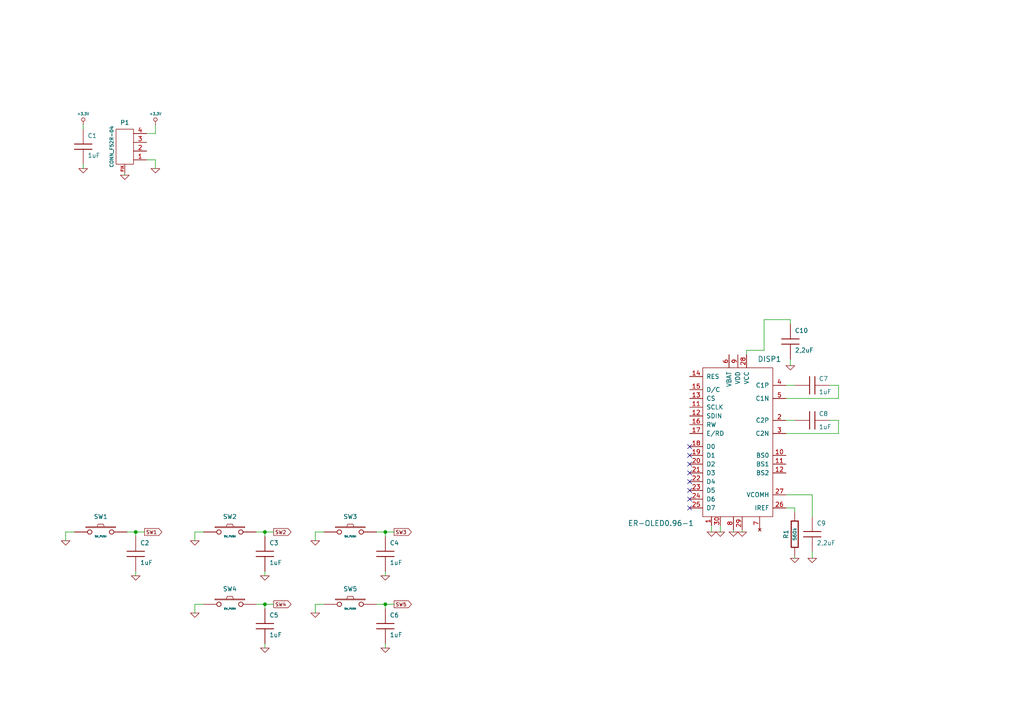
<source format=kicad_sch>
(kicad_sch (version 20211123) (generator eeschema)
  (paper "A4")
  (title_block (title "CowDIN button and display module for ESP32 (3B)") (date "2022-06-10") (rev "1") (company "Agilack") (comment 1 "License: CC-by-SA"))
  (lib_symbols
    (symbol "cowdin-3c-esp-ui:+3.3V" (power) (pin_names (offset 0))
      (property "Value" "+3.3V" (at 0 2.794 0))
      (symbol "+3.3V_0_0"
        (pin power_in line (at 0 0 90) (length 0) hide (name "+3.3V") (number "1"))
      )
      (symbol "+3.3V_0_1"
        (polyline (pts (xy 0 0) (xy 0 1.016) (xy 0 1.016)))
        (circle (center 0 1.524) (radius 0.508))
      )
    )
    (symbol "cowdin-3c-esp-ui:C" (pin_numbers hide) (pin_names (offset 0.254))
      (property "Reference" "C" (at 1.27 2.54 0))
      (property "Value" "C" (at 1.27 -2.54 0))
      (symbol "C_0_1"
        (polyline (pts (xy -2.54 -0.762) (xy 2.54 -0.762)) (stroke (width 0.254)))
        (polyline (pts (xy -2.54 0.762) (xy 2.54 0.762)) (stroke (width 0.254)))
      )
      (symbol "C_1_1"
        (pin passive line (at 0 5.08 270) (length 4.318) (name "~") (number "1"))
        (pin passive line (at 0 -5.08 90) (length 4.318) (name "~") (number "2"))
      )
    )
    (symbol "cowdin-3c-esp-ui:CONN_F52R-04" (pin_names (offset 1.016) hide)
      (property "Reference" "P" (at 0 6.35 0))
      (property "Value" "CONN_F52R-04" (at -3.81 0 90))
      (symbol "CONN_F52R-04_0_1"
        (rectangle (start -2.54 5.08) (end 2.54 -5.08))
      )
      (symbol "CONN_F52R-04_1_1"
        (pin passive line (at 6.35 -3.81 180) (length 3.81) (name "P1") (number "1"))
        (pin passive line (at 6.35 -1.27 180) (length 3.81) (name "PM") (number "2"))
        (pin passive line (at 6.35 1.27 180) (length 3.81) (name "P3") (number "3"))
        (pin passive line (at 6.35 3.81 180) (length 3.81) (name "~") (number "4"))
        (pin passive line (at 0 -7.62 90) (length 2.54) (name "FIX") (number "FIX"))
      )
    )
    (symbol "cowdin-3c-esp-ui:ER-OLED0.96-1" (pin_names (offset 1.016))
      (property "Reference" "DISP?" (at 11.43 -24.13 0))
      (property "Value" "ER-OLED0.96-1" (at 13.97 24.13 0))
      (symbol "ER-OLED0.96-1_0_1"
        (rectangle (start -10.16 21.59) (end 10.16 -21.59))
      )
      (symbol "ER-OLED0.96-1_1_1"
        (pin passive line (at -7.62 -24.13 90) (length 2.54) (name "~") (number "1"))
        (pin input line (at 13.97 -3.81 180) (length 3.81) (name "BS0") (number "10"))
        (pin input line (at 13.97 -6.35 180) (length 3.81) (name "BS1") (number "11"))
        (pin input line (at -13.97 10.16 0) (length 3.81) (name "SCLK") (number "11"))
        (pin input line (at 13.97 -8.89 180) (length 3.81) (name "BS2") (number "12"))
        (pin input line (at -13.97 7.62 0) (length 3.81) (name "SDIN") (number "12"))
        (pin input line (at -13.97 12.7 0) (length 3.81) (name "CS") (number "13"))
        (pin input line (at -13.97 19.05 0) (length 3.81) (name "RES") (number "14"))
        (pin input line (at -13.97 15.24 0) (length 3.81) (name "D/C") (number "15"))
        (pin input line (at -13.97 5.08 0) (length 3.81) (name "RW") (number "16"))
        (pin input line (at -13.97 2.54 0) (length 3.81) (name "E/RD") (number "17"))
        (pin input line (at -13.97 -1.27 0) (length 3.81) (name "D0") (number "18"))
        (pin input line (at -13.97 -3.81 0) (length 3.81) (name "D1") (number "19"))
        (pin passive line (at 13.97 6.35 180) (length 3.81) (name "C2P") (number "2"))
        (pin input line (at -13.97 -6.35 0) (length 3.81) (name "D2") (number "20"))
        (pin input line (at -13.97 -8.89 0) (length 3.81) (name "D3") (number "21"))
        (pin input line (at -13.97 -11.43 0) (length 3.81) (name "D4") (number "22"))
        (pin input line (at -13.97 -13.97 0) (length 3.81) (name "D5") (number "23"))
        (pin input line (at -13.97 -16.51 0) (length 3.81) (name "D6") (number "24"))
        (pin input line (at -13.97 -19.05 0) (length 3.81) (name "D7") (number "25"))
        (pin passive line (at 13.97 -19.05 180) (length 3.81) (name "IREF") (number "26"))
        (pin passive line (at 13.97 -15.24 180) (length 3.81) (name "VCOMH") (number "27"))
        (pin power_in line (at 2.54 25.4 270) (length 3.81) (name "VCC") (number "28"))
        (pin power_in line (at 1.27 -25.4 90) (length 3.81) (name "~") (number "29"))
        (pin passive line (at 13.97 2.54 180) (length 3.81) (name "C2N") (number "3"))
        (pin passive line (at -5.08 -24.13 90) (length 2.54) (name "~") (number "30"))
        (pin passive line (at 13.97 16.51 180) (length 3.81) (name "C1P") (number "4"))
        (pin passive line (at 13.97 12.7 180) (length 3.81) (name "C1N") (number "5"))
        (pin power_in line (at -2.54 25.4 270) (length 3.81) (name "VBAT") (number "6"))
        (pin no_connect line (at 6.35 -25.4 90) (length 3.81) (name "~") (number "7"))
        (pin power_in line (at -1.27 -25.4 90) (length 3.81) (name "~") (number "8"))
        (pin power_in line (at 0 25.4 270) (length 3.81) (name "VDD") (number "9"))
      )
    )
    (symbol "cowdin-3c-esp-ui:GND" (power) (pin_names (offset 0))
      (symbol "GND_0_1"
        (polyline (pts (xy -1.27 0) (xy 0 -1.27) (xy 1.27 0) (xy -1.27 0)))
      )
      (symbol "GND_1_1"
        (pin power_in line (at 0 0 90) (length 0) hide (name "GND") (number "1"))
      )
    )
    (symbol "cowdin-3c-esp-ui:R" (pin_numbers hide) (pin_names (offset 0))
      (property "Reference" "R" (at 2.032 0 90))
      (property "Value" "R" (at 0 0 90))
      (symbol "R_0_1"
        (rectangle (start -1.016 3.81) (end 1.016 -3.81) (stroke (width 0.3048)))
      )
      (symbol "R_1_1"
        (pin passive line (at 0 6.35 270) (length 2.54) (name "~") (number "1"))
        (pin passive line (at 0 -6.35 90) (length 2.54) (name "~") (number "2"))
      )
    )
    (symbol "cowdin-3c-esp-ui:SW_PUSH" (pin_numbers hide) (pin_names (offset 1.016) hide)
      (property "Reference" "SW" (at 3.81 2.794 0))
      (property "Value" "SW_PUSH" (at 0 -2.54 0))
      (symbol "SW_PUSH_0_1"
        (rectangle (start -4.318 1.27) (end 4.318 1.524))
        (polyline (pts (xy -1.016 1.524) (xy -0.762 2.286) (xy 0.762 2.286) (xy 1.016 1.524)))
        (pin passive inverted (at -7.62 0 0) (length 5.08) (name "1") (number "1"))
        (pin passive inverted (at 7.62 0 180) (length 5.08) (name "2") (number "2"))
      )
    )
  )
  (junction (at 111.76 154.305))
  (junction (at 39.37 154.305))
  (junction (at 111.76 175.26))
  (junction (at 76.835 154.305))
  (junction (at 76.835 175.26))
  (no_connect (at 200.025 139.7))
  (no_connect (at 200.025 142.24))
  (no_connect (at 200.025 144.78))
  (no_connect (at 200.025 129.54))
  (no_connect (at 200.025 132.08))
  (no_connect (at 200.025 134.62))
  (no_connect (at 200.025 137.16))
  (no_connect (at 200.025 147.32))
  (wire (pts (xy 243.205 121.92) (xy 243.205 125.73)))
  (wire (pts (xy 56.515 175.26) (xy 56.515 177.8)))
  (wire (pts (xy 240.665 111.76) (xy 243.205 111.76)))
  (wire (pts (xy 243.205 111.76) (xy 243.205 115.57)))
  (wire (pts (xy 109.22 175.26) (xy 111.76 175.26)))
  (wire (pts (xy 221.615 92.71) (xy 229.235 92.71)))
  (wire (pts (xy 230.505 147.32) (xy 230.505 148.59)))
  (wire (pts (xy 45.085 46.355) (xy 45.085 48.895)))
  (wire (pts (xy 91.44 175.26) (xy 91.44 177.8)))
  (wire (pts (xy 235.585 160.02) (xy 235.585 161.925)))
  (wire (pts (xy 56.515 154.305) (xy 56.515 156.845)))
  (wire (pts (xy 243.205 115.57) (xy 227.965 115.57)))
  (wire (pts (xy 221.615 101.6) (xy 221.615 92.71)))
  (wire (pts (xy 36.195 50.165) (xy 36.195 50.8)))
  (wire (pts (xy 227.965 143.51) (xy 235.585 143.51)))
  (wire (pts (xy 19.05 154.305) (xy 19.05 156.845)))
  (wire (pts (xy 39.37 154.305) (xy 39.37 155.575)))
  (wire (pts (xy 240.665 121.92) (xy 243.205 121.92)))
  (wire (pts (xy 42.545 38.735) (xy 45.085 38.735)))
  (wire (pts (xy 74.295 154.305) (xy 76.835 154.305)))
  (wire (pts (xy 76.835 186.69) (xy 76.835 187.96)))
  (wire (pts (xy 93.98 154.305) (xy 91.44 154.305)))
  (wire (pts (xy 42.545 46.355) (xy 45.085 46.355)))
  (wire (pts (xy 227.965 147.32) (xy 230.505 147.32)))
  (wire (pts (xy 215.265 153.67) (xy 215.265 154.305)))
  (wire (pts (xy 229.235 92.71) (xy 229.235 93.98)))
  (wire (pts (xy 76.835 154.305) (xy 76.835 155.575)))
  (wire (pts (xy 24.13 36.195) (xy 24.13 37.465)))
  (wire (pts (xy 59.055 175.26) (xy 56.515 175.26)))
  (wire (pts (xy 21.59 154.305) (xy 19.05 154.305)))
  (wire (pts (xy 76.835 154.305) (xy 79.375 154.305)))
  (wire (pts (xy 93.98 175.26) (xy 91.44 175.26)))
  (wire (pts (xy 59.055 154.305) (xy 56.515 154.305)))
  (wire (pts (xy 76.835 175.26) (xy 79.375 175.26)))
  (wire (pts (xy 36.83 154.305) (xy 39.37 154.305)))
  (wire (pts (xy 227.965 111.76) (xy 230.505 111.76)))
  (wire (pts (xy 24.13 47.625) (xy 24.13 48.895)))
  (wire (pts (xy 91.44 154.305) (xy 91.44 156.845)))
  (wire (pts (xy 45.085 38.735) (xy 45.085 36.195)))
  (wire (pts (xy 230.505 161.29) (xy 230.505 161.925)))
  (wire (pts (xy 206.375 152.4) (xy 206.375 154.305)))
  (wire (pts (xy 76.835 175.26) (xy 76.835 176.53)))
  (wire (pts (xy 212.725 153.67) (xy 212.725 154.305)))
  (wire (pts (xy 111.76 154.305) (xy 114.3 154.305)))
  (wire (pts (xy 229.235 104.14) (xy 229.235 106.045)))
  (wire (pts (xy 111.76 175.26) (xy 114.3 175.26)))
  (wire (pts (xy 235.585 143.51) (xy 235.585 149.86)))
  (wire (pts (xy 216.535 101.6) (xy 221.615 101.6)))
  (wire (pts (xy 39.37 165.735) (xy 39.37 167.005)))
  (wire (pts (xy 216.535 102.87) (xy 216.535 101.6)))
  (wire (pts (xy 208.915 152.4) (xy 208.915 154.305)))
  (wire (pts (xy 109.22 154.305) (xy 111.76 154.305)))
  (wire (pts (xy 74.295 175.26) (xy 76.835 175.26)))
  (wire (pts (xy 111.76 175.26) (xy 111.76 176.53)))
  (wire (pts (xy 111.76 186.69) (xy 111.76 187.96)))
  (wire (pts (xy 227.965 121.92) (xy 230.505 121.92)))
  (wire (pts (xy 243.205 125.73) (xy 227.965 125.73)))
  (wire (pts (xy 39.37 154.305) (xy 41.91 154.305)))
  (wire (pts (xy 76.835 165.735) (xy 76.835 167.005)))
  (wire (pts (xy 111.76 154.305) (xy 111.76 155.575)))
  (wire (pts (xy 111.76 165.735) (xy 111.76 167.005)))
  (global_label "SW4" (shape output) (at 79.375 175.26 0) (effects (font (size 1.016 1.016))) (property "Intersheet References" "${INTERSHEET_REFS}" (effects hide)))
  (global_label "SW1" (shape output) (at 41.91 154.305 0) (effects (font (size 1.016 1.016))) (property "Intersheet References" "${INTERSHEET_REFS}" (effects hide)))
  (global_label "SW2" (shape output) (at 79.375 154.305 0) (effects (font (size 1.016 1.016))) (property "Intersheet References" "${INTERSHEET_REFS}" (effects hide)))
  (global_label "SW3" (shape output) (at 114.3 154.305 0) (effects (font (size 1.016 1.016))) (property "Intersheet References" "${INTERSHEET_REFS}" (effects hide)))
  (global_label "SW5" (shape output) (at 114.3 175.26 0) (effects (font (size 1.016 1.016))) (property "Intersheet References" "${INTERSHEET_REFS}" (effects hide)))
  (symbol (lib_id "cowdin-3c-esp-ui:GND") (at 24.13 48.895 0) (unit 1)
    (property "Reference" "#PWR?" (effects hide))
    (property "Value" "GND" (effects hide))
  )
  (symbol (lib_id "cowdin-3c-esp-ui:R") (at 230.505 154.94 0) (unit 1)
    (property "Reference" "R1" (at 227.965 154.94 90))
    (property "Value" "560k" (at 230.505 154.94 90) (effects (font (size 1.016 1.016))))
    (property "Footprint" "cowdin-3c-esp-ui:SMD0603" (effects hide))
  )
  (symbol (lib_id "cowdin-3c-esp-ui:C") (at 111.76 181.61 0) (unit 1)
    (property "Reference" "C6" (at 113.03 178.435 0) (effects (justify left)))
    (property "Value" "1uF" (at 113.03 184.15 0) (effects (justify left)))
    (property "Footprint" "cowdin-3c-esp-ui:SMD0603" (effects hide))
  )
  (symbol (lib_id "cowdin-3c-esp-ui:GND") (at 76.835 167.005 0) (unit 1)
    (property "Reference" "#PWR0113" (effects hide))
    (property "Value" "GND" (effects hide))
  )
  (symbol (lib_id "cowdin-3c-esp-ui:GND") (at 230.505 161.925 0) (unit 1)
    (property "Reference" "#PWR0116" (effects hide))
    (property "Value" "GND" (effects hide))
  )
  (symbol (lib_id "cowdin-3c-esp-ui:GND") (at 215.265 154.305 0) (unit 1)
    (property "Reference" "#PWR0108" (effects hide))
    (property "Value" "GND" (effects hide))
  )
  (symbol (lib_id "cowdin-3c-esp-ui:+3.3V") (at 45.085 36.195 0) (unit 1)
    (property "Reference" "#PWR?" (effects hide))
    (property "Value" "+3.3V" (at 45.085 33.02 0) (effects (font (size 0.762 0.762))))
  )
  (symbol (lib_id "cowdin-3c-esp-ui:C") (at 39.37 160.655 0) (unit 1)
    (property "Reference" "C2" (at 40.64 157.48 0) (effects (justify left)))
    (property "Value" "1uF" (at 40.64 163.195 0) (effects (justify left)))
    (property "Footprint" "cowdin-3c-esp-ui:SMD0603" (effects hide))
  )
  (symbol (lib_id "cowdin-3c-esp-ui:+3.3V") (at 24.13 36.195 0) (unit 1)
    (property "Reference" "#PWR?" (effects hide))
    (property "Value" "+3.3V" (at 24.13 33.02 0) (effects (font (size 0.762 0.762))))
  )
  (symbol (lib_id "cowdin-3c-esp-ui:GND") (at 91.44 177.8 0) (unit 1)
    (property "Reference" "#PWR0105" (effects hide))
    (property "Value" "GND" (effects hide))
  )
  (symbol (lib_id "cowdin-3c-esp-ui:SW_PUSH") (at 66.675 154.305 0) (unit 1)
    (property "Reference" "SW2" (at 66.675 149.86 0))
    (property "Value" "SW_PUSH" (at 66.675 155.575 0) (effects (font (size 0.5 0.5))))
    (property "Footprint" "cowdin-3c-esp-ui:SW_TSC015xx" (effects hide))
  )
  (symbol (lib_id "cowdin-3c-esp-ui:C") (at 229.235 99.06 0) (unit 1)
    (property "Reference" "C10" (at 230.505 95.885 0) (effects (justify left)))
    (property "Value" "2,2uF" (at 230.505 101.6 0) (effects (justify left)))
    (property "Footprint" "cowdin-3c-esp-ui:SMD0603" (effects hide))
  )
  (symbol (lib_id "cowdin-3c-esp-ui:GND") (at 206.375 154.305 0) (unit 1)
    (property "Reference" "#PWR0110" (effects hide))
    (property "Value" "GND" (effects hide))
  )
  (symbol (lib_id "cowdin-3c-esp-ui:C") (at 235.585 111.76 90) (unit 1)
    (property "Reference" "C7" (at 237.49 109.855 90) (effects (justify right)))
    (property "Value" "1uF" (at 237.49 113.665 90) (effects (justify right)))
    (property "Footprint" "cowdin-3c-esp-ui:SMD0603" (effects hide))
  )
  (symbol (lib_id "cowdin-3c-esp-ui:SW_PUSH") (at 101.6 154.305 0) (unit 1)
    (property "Reference" "SW3" (at 101.6 149.86 0))
    (property "Value" "SW_PUSH" (at 101.6 155.575 0) (effects (font (size 0.5 0.5))))
    (property "Footprint" "cowdin-3c-esp-ui:SW_TSC015xx" (effects hide))
  )
  (symbol (lib_id "cowdin-3c-esp-ui:GND") (at 208.915 154.305 0) (unit 1)
    (property "Reference" "#PWR0109" (effects hide))
    (property "Value" "GND" (effects hide))
  )
  (symbol (lib_id "cowdin-3c-esp-ui:GND") (at 56.515 177.8 0) (unit 1)
    (property "Reference" "#PWR0102" (effects hide))
    (property "Value" "GND" (effects hide))
  )
  (symbol (lib_id "cowdin-3c-esp-ui:GND") (at 36.195 50.8 0) (unit 1)
    (property "Reference" "#PWR0101" (effects hide))
    (property "Value" "GND" (effects hide))
  )
  (symbol (lib_id "cowdin-3c-esp-ui:GND") (at 76.835 187.96 0) (unit 1)
    (property "Reference" "#PWR0114" (effects hide))
    (property "Value" "GND" (effects hide))
  )
  (symbol (lib_id "cowdin-3c-esp-ui:C") (at 235.585 121.92 90) (unit 1)
    (property "Reference" "C8" (at 237.49 120.015 90) (effects (justify right)))
    (property "Value" "1uF" (at 237.49 123.825 90) (effects (justify right)))
    (property "Footprint" "cowdin-3c-esp-ui:SMD0603" (effects hide))
  )
  (symbol (lib_id "cowdin-3c-esp-ui:GND") (at 212.725 154.305 0) (unit 1)
    (property "Reference" "#PWR0111" (effects hide))
    (property "Value" "GND" (effects hide))
  )
  (symbol (lib_id "cowdin-3c-esp-ui:GND") (at 229.235 106.045 0) (unit 1)
    (property "Reference" "#PWR0118" (effects hide))
    (property "Value" "GND" (effects hide))
  )
  (symbol (lib_id "cowdin-3c-esp-ui:GND") (at 111.76 167.005 0) (unit 1)
    (property "Reference" "#PWR0112" (effects hide))
    (property "Value" "GND" (effects hide))
  )
  (symbol (lib_id "cowdin-3c-esp-ui:CONN_F52R-04") (at 36.195 42.545 0) (unit 1)
    (property "Reference" "P1" (at 36.195 35.56 0))
    (property "Value" "CONN_F52R-04" (at 32.385 42.545 90) (effects (font (size 1.016 1.016))))
    (property "Footprint" "cowdin-3c-esp-ui:CONN_F52R-04" (effects hide))
  )
  (symbol (lib_id "cowdin-3c-esp-ui:ER-OLED0.96-1") (at 213.995 128.27 0) (unit 1)
    (property "Reference" "DISP1" (at 219.71 104.14 0) (effects (font (size 1.524 1.524)) (justify left)))
    (property "Value" "ER-OLED0.96-1" (at 201.295 151.765 0) (effects (font (size 1.524 1.524)) (justify right)))
    (property "Footprint" "cowdin-3c-esp-ui:DISP_EROL30" (effects hide))
  )
  (symbol (lib_id "cowdin-3c-esp-ui:SW_PUSH") (at 66.675 175.26 0) (unit 1)
    (property "Reference" "SW4" (at 66.675 170.815 0))
    (property "Value" "SW_PUSH" (at 66.675 176.53 0) (effects (font (size 0.5 0.5))))
    (property "Footprint" "cowdin-3c-esp-ui:SW_TSC015xx" (effects hide))
  )
  (symbol (lib_id "cowdin-3c-esp-ui:GND") (at 235.585 161.925 0) (unit 1)
    (property "Reference" "#PWR0117" (effects hide))
    (property "Value" "GND" (effects hide))
  )
  (symbol (lib_id "cowdin-3c-esp-ui:GND") (at 91.44 156.845 0) (unit 1)
    (property "Reference" "#PWR0107" (effects hide))
    (property "Value" "GND" (effects hide))
  )
  (symbol (lib_id "cowdin-3c-esp-ui:GND") (at 39.37 167.005 0) (unit 1)
    (property "Reference" "#PWR0104" (effects hide))
    (property "Value" "GND" (effects hide))
  )
  (symbol (lib_id "cowdin-3c-esp-ui:GND") (at 56.515 156.845 0) (unit 1)
    (property "Reference" "#PWR0106" (effects hide))
    (property "Value" "GND" (effects hide))
  )
  (symbol (lib_id "cowdin-3c-esp-ui:GND") (at 111.76 187.96 0) (unit 1)
    (property "Reference" "#PWR0115" (effects hide))
    (property "Value" "GND" (effects hide))
  )
  (symbol (lib_id "cowdin-3c-esp-ui:SW_PUSH") (at 29.21 154.305 0) (unit 1)
    (property "Reference" "SW1" (at 29.21 149.86 0))
    (property "Value" "SW_PUSH" (at 29.21 155.575 0) (effects (font (size 0.5 0.5))))
    (property "Footprint" "cowdin-3c-esp-ui:SW_TSC015xx" (effects hide))
  )
  (symbol (lib_id "cowdin-3c-esp-ui:GND") (at 19.05 156.845 0) (unit 1)
    (property "Reference" "#PWR0103" (effects hide))
    (property "Value" "GND" (effects hide))
  )
  (symbol (lib_id "cowdin-3c-esp-ui:C") (at 76.835 160.655 0) (unit 1)
    (property "Reference" "C3" (at 78.105 157.48 0) (effects (justify left)))
    (property "Value" "1uF" (at 78.105 163.195 0) (effects (justify left)))
    (property "Footprint" "cowdin-3c-esp-ui:SMD0603" (effects hide))
  )
  (symbol (lib_id "cowdin-3c-esp-ui:C") (at 235.585 154.94 0) (unit 1)
    (property "Reference" "C9" (at 236.855 151.765 0) (effects (justify left)))
    (property "Value" "2,2uF" (at 236.855 157.48 0) (effects (justify left)))
    (property "Footprint" "cowdin-3c-esp-ui:SMD0603" (effects hide))
  )
  (symbol (lib_id "cowdin-3c-esp-ui:C") (at 111.76 160.655 0) (unit 1)
    (property "Reference" "C4" (at 113.03 157.48 0) (effects (justify left)))
    (property "Value" "1uF" (at 113.03 163.195 0) (effects (justify left)))
    (property "Footprint" "cowdin-3c-esp-ui:SMD0603" (effects hide))
  )
  (symbol (lib_id "cowdin-3c-esp-ui:C") (at 24.13 42.545 0) (unit 1)
    (property "Reference" "C1" (at 25.4 39.37 0) (effects (justify left)))
    (property "Value" "1uF" (at 25.4 45.085 0) (effects (justify left)))
    (property "Footprint" "cowdin-3c-esp-ui:SMD0603" (effects hide))
  )
  (symbol (lib_id "cowdin-3c-esp-ui:C") (at 76.835 181.61 0) (unit 1)
    (property "Reference" "C5" (at 78.105 178.435 0) (effects (justify left)))
    (property "Value" "1uF" (at 78.105 184.15 0) (effects (justify left)))
    (property "Footprint" "cowdin-3c-esp-ui:SMD0603" (effects hide))
  )
  (symbol (lib_id "cowdin-3c-esp-ui:GND") (at 45.085 48.895 0) (unit 1)
    (property "Reference" "#PWR?" (effects hide))
    (property "Value" "GND" (effects hide))
  )
  (symbol (lib_id "cowdin-3c-esp-ui:SW_PUSH") (at 101.6 175.26 0) (unit 1)
    (property "Reference" "SW5" (at 101.6 170.815 0))
    (property "Value" "SW_PUSH" (at 101.6 176.53 0) (effects (font (size 0.5 0.5))))
    (property "Footprint" "cowdin-3c-esp-ui:SW_TSC015xx" (effects hide))
  )
)
</source>
